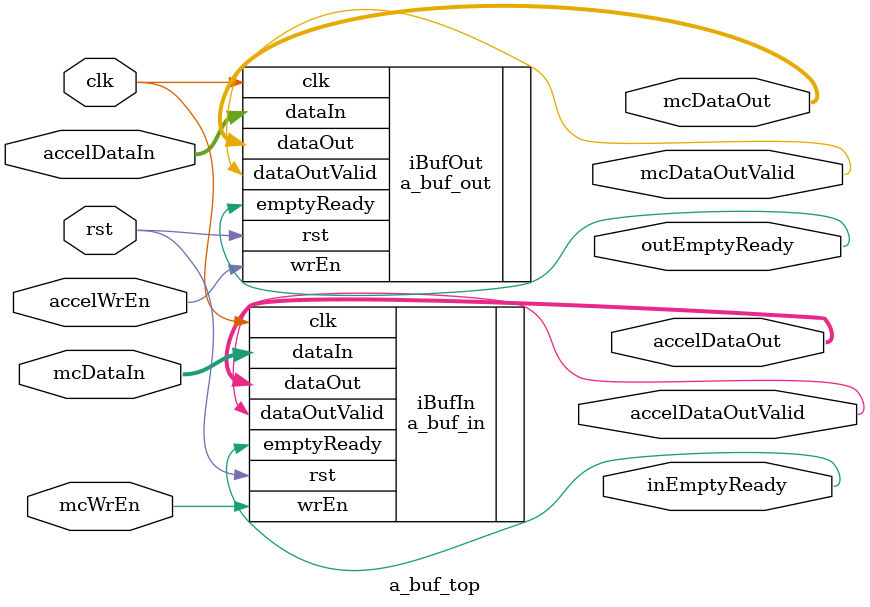
<source format=sv>
module a_buf_top(

    input clk, rst,
    input accelWrEn,
    input mcWrEn,
    input [511:0] mcDataIn,
    input [63:0] accelDataIn,
    output reg outEmptyReady,
    output reg inEmptyReady,
    output reg [63:0] accelDataOut,
    output reg [511:0] mcDataOut,
    output reg mcDataOutValid,
    output reg accelDataOutValid

);

    /********************************************************
    *          Buffers data from host to accelerator        *
    ********************************************************/
    a_buf_in iBufIn(.clk(clk), .rst(rst), 
                    .wrEn(mcWrEn), 
                    .dataIn(mcDataIn),
                    .emptyReady(inEmptyReady),
                    .dataOut(accelDataOut),
                    .dataOutValid(accelDataOutValid));

    /********************************************************
    *          Buffers data from accelerator to host        *
    ********************************************************/
    a_buf_out iBufOut(  .clk(clk), .rst(rst),
                        .wrEn(accelWrEn),
                        .dataIn(accelDataIn),
                        .emptyReady(outEmptyReady),
                        .dataOut(mcDataOut),
                        .dataOutValid(mcDataOutValid));

endmodule
</source>
